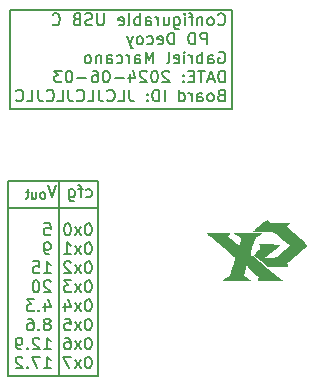
<source format=gbo>
G04 #@! TF.GenerationSoftware,KiCad,Pcbnew,8.0.2*
G04 #@! TF.CreationDate,2024-06-03T19:44:32-07:00*
G04 #@! TF.ProjectId,SNES_USB_C_power,534e4553-5f55-4534-925f-435f706f7765,A*
G04 #@! TF.SameCoordinates,Original*
G04 #@! TF.FileFunction,Legend,Bot*
G04 #@! TF.FilePolarity,Positive*
%FSLAX46Y46*%
G04 Gerber Fmt 4.6, Leading zero omitted, Abs format (unit mm)*
G04 Created by KiCad (PCBNEW 8.0.2) date 2024-06-03 19:44:32*
%MOMM*%
%LPD*%
G01*
G04 APERTURE LIST*
%ADD10C,0.150000*%
%ADD11C,0.200000*%
%ADD12C,0.160000*%
%ADD13C,0.000000*%
%ADD14C,0.800000*%
%ADD15C,6.400000*%
%ADD16R,1.700000X1.700000*%
%ADD17O,1.700000X1.700000*%
%ADD18O,1.700000X1.100000*%
%ADD19R,1.600000X2.400000*%
%ADD20O,1.600000X2.400000*%
G04 APERTURE END LIST*
D10*
X157226000Y-112522000D02*
X149606000Y-112522000D01*
X153924000Y-126746000D02*
X153924000Y-125730000D01*
X153924000Y-110236000D02*
X153924000Y-125730000D01*
X149606000Y-110236000D02*
X157226000Y-110236000D01*
X157226000Y-126746000D01*
X149606000Y-126746000D01*
X149606000Y-110236000D01*
D11*
X156173755Y-111568104D02*
X156268993Y-111615723D01*
X156268993Y-111615723D02*
X156459469Y-111615723D01*
X156459469Y-111615723D02*
X156554707Y-111568104D01*
X156554707Y-111568104D02*
X156602326Y-111520484D01*
X156602326Y-111520484D02*
X156649945Y-111425246D01*
X156649945Y-111425246D02*
X156649945Y-111139532D01*
X156649945Y-111139532D02*
X156602326Y-111044294D01*
X156602326Y-111044294D02*
X156554707Y-110996675D01*
X156554707Y-110996675D02*
X156459469Y-110949056D01*
X156459469Y-110949056D02*
X156268993Y-110949056D01*
X156268993Y-110949056D02*
X156173755Y-110996675D01*
X155888040Y-110949056D02*
X155507088Y-110949056D01*
X155745183Y-111615723D02*
X155745183Y-110758580D01*
X155745183Y-110758580D02*
X155697564Y-110663342D01*
X155697564Y-110663342D02*
X155602326Y-110615723D01*
X155602326Y-110615723D02*
X155507088Y-110615723D01*
X154745183Y-110949056D02*
X154745183Y-111758580D01*
X154745183Y-111758580D02*
X154792802Y-111853818D01*
X154792802Y-111853818D02*
X154840421Y-111901437D01*
X154840421Y-111901437D02*
X154935659Y-111949056D01*
X154935659Y-111949056D02*
X155078516Y-111949056D01*
X155078516Y-111949056D02*
X155173754Y-111901437D01*
X154745183Y-111568104D02*
X154840421Y-111615723D01*
X154840421Y-111615723D02*
X155030897Y-111615723D01*
X155030897Y-111615723D02*
X155126135Y-111568104D01*
X155126135Y-111568104D02*
X155173754Y-111520484D01*
X155173754Y-111520484D02*
X155221373Y-111425246D01*
X155221373Y-111425246D02*
X155221373Y-111139532D01*
X155221373Y-111139532D02*
X155173754Y-111044294D01*
X155173754Y-111044294D02*
X155126135Y-110996675D01*
X155126135Y-110996675D02*
X155030897Y-110949056D01*
X155030897Y-110949056D02*
X154840421Y-110949056D01*
X154840421Y-110949056D02*
X154745183Y-110996675D01*
X153649944Y-110615723D02*
X153316611Y-111615723D01*
X153316611Y-111615723D02*
X152983278Y-110615723D01*
X152583278Y-111726199D02*
X152659468Y-111688104D01*
X152659468Y-111688104D02*
X152697563Y-111650008D01*
X152697563Y-111650008D02*
X152735659Y-111573818D01*
X152735659Y-111573818D02*
X152735659Y-111345246D01*
X152735659Y-111345246D02*
X152697563Y-111269056D01*
X152697563Y-111269056D02*
X152659468Y-111230961D01*
X152659468Y-111230961D02*
X152583278Y-111192865D01*
X152583278Y-111192865D02*
X152468992Y-111192865D01*
X152468992Y-111192865D02*
X152392801Y-111230961D01*
X152392801Y-111230961D02*
X152354706Y-111269056D01*
X152354706Y-111269056D02*
X152316611Y-111345246D01*
X152316611Y-111345246D02*
X152316611Y-111573818D01*
X152316611Y-111573818D02*
X152354706Y-111650008D01*
X152354706Y-111650008D02*
X152392801Y-111688104D01*
X152392801Y-111688104D02*
X152468992Y-111726199D01*
X152468992Y-111726199D02*
X152583278Y-111726199D01*
X151630896Y-111192865D02*
X151630896Y-111726199D01*
X151973753Y-111192865D02*
X151973753Y-111611913D01*
X151973753Y-111611913D02*
X151935658Y-111688104D01*
X151935658Y-111688104D02*
X151859468Y-111726199D01*
X151859468Y-111726199D02*
X151745182Y-111726199D01*
X151745182Y-111726199D02*
X151668991Y-111688104D01*
X151668991Y-111688104D02*
X151630896Y-111650008D01*
X151364229Y-111192865D02*
X151059467Y-111192865D01*
X151249943Y-110926199D02*
X151249943Y-111611913D01*
X151249943Y-111611913D02*
X151211848Y-111688104D01*
X151211848Y-111688104D02*
X151135658Y-111726199D01*
X151135658Y-111726199D02*
X151059467Y-111726199D01*
X156411850Y-113835611D02*
X156316612Y-113835611D01*
X156316612Y-113835611D02*
X156221374Y-113883230D01*
X156221374Y-113883230D02*
X156173755Y-113930849D01*
X156173755Y-113930849D02*
X156126136Y-114026087D01*
X156126136Y-114026087D02*
X156078517Y-114216563D01*
X156078517Y-114216563D02*
X156078517Y-114454658D01*
X156078517Y-114454658D02*
X156126136Y-114645134D01*
X156126136Y-114645134D02*
X156173755Y-114740372D01*
X156173755Y-114740372D02*
X156221374Y-114787992D01*
X156221374Y-114787992D02*
X156316612Y-114835611D01*
X156316612Y-114835611D02*
X156411850Y-114835611D01*
X156411850Y-114835611D02*
X156507088Y-114787992D01*
X156507088Y-114787992D02*
X156554707Y-114740372D01*
X156554707Y-114740372D02*
X156602326Y-114645134D01*
X156602326Y-114645134D02*
X156649945Y-114454658D01*
X156649945Y-114454658D02*
X156649945Y-114216563D01*
X156649945Y-114216563D02*
X156602326Y-114026087D01*
X156602326Y-114026087D02*
X156554707Y-113930849D01*
X156554707Y-113930849D02*
X156507088Y-113883230D01*
X156507088Y-113883230D02*
X156411850Y-113835611D01*
X155745183Y-114835611D02*
X155221374Y-114168944D01*
X155745183Y-114168944D02*
X155221374Y-114835611D01*
X154649945Y-113835611D02*
X154554707Y-113835611D01*
X154554707Y-113835611D02*
X154459469Y-113883230D01*
X154459469Y-113883230D02*
X154411850Y-113930849D01*
X154411850Y-113930849D02*
X154364231Y-114026087D01*
X154364231Y-114026087D02*
X154316612Y-114216563D01*
X154316612Y-114216563D02*
X154316612Y-114454658D01*
X154316612Y-114454658D02*
X154364231Y-114645134D01*
X154364231Y-114645134D02*
X154411850Y-114740372D01*
X154411850Y-114740372D02*
X154459469Y-114787992D01*
X154459469Y-114787992D02*
X154554707Y-114835611D01*
X154554707Y-114835611D02*
X154649945Y-114835611D01*
X154649945Y-114835611D02*
X154745183Y-114787992D01*
X154745183Y-114787992D02*
X154792802Y-114740372D01*
X154792802Y-114740372D02*
X154840421Y-114645134D01*
X154840421Y-114645134D02*
X154888040Y-114454658D01*
X154888040Y-114454658D02*
X154888040Y-114216563D01*
X154888040Y-114216563D02*
X154840421Y-114026087D01*
X154840421Y-114026087D02*
X154792802Y-113930849D01*
X154792802Y-113930849D02*
X154745183Y-113883230D01*
X154745183Y-113883230D02*
X154649945Y-113835611D01*
X152649945Y-113835611D02*
X153126135Y-113835611D01*
X153126135Y-113835611D02*
X153173754Y-114311801D01*
X153173754Y-114311801D02*
X153126135Y-114264182D01*
X153126135Y-114264182D02*
X153030897Y-114216563D01*
X153030897Y-114216563D02*
X152792802Y-114216563D01*
X152792802Y-114216563D02*
X152697564Y-114264182D01*
X152697564Y-114264182D02*
X152649945Y-114311801D01*
X152649945Y-114311801D02*
X152602326Y-114407039D01*
X152602326Y-114407039D02*
X152602326Y-114645134D01*
X152602326Y-114645134D02*
X152649945Y-114740372D01*
X152649945Y-114740372D02*
X152697564Y-114787992D01*
X152697564Y-114787992D02*
X152792802Y-114835611D01*
X152792802Y-114835611D02*
X153030897Y-114835611D01*
X153030897Y-114835611D02*
X153126135Y-114787992D01*
X153126135Y-114787992D02*
X153173754Y-114740372D01*
X156411850Y-115445555D02*
X156316612Y-115445555D01*
X156316612Y-115445555D02*
X156221374Y-115493174D01*
X156221374Y-115493174D02*
X156173755Y-115540793D01*
X156173755Y-115540793D02*
X156126136Y-115636031D01*
X156126136Y-115636031D02*
X156078517Y-115826507D01*
X156078517Y-115826507D02*
X156078517Y-116064602D01*
X156078517Y-116064602D02*
X156126136Y-116255078D01*
X156126136Y-116255078D02*
X156173755Y-116350316D01*
X156173755Y-116350316D02*
X156221374Y-116397936D01*
X156221374Y-116397936D02*
X156316612Y-116445555D01*
X156316612Y-116445555D02*
X156411850Y-116445555D01*
X156411850Y-116445555D02*
X156507088Y-116397936D01*
X156507088Y-116397936D02*
X156554707Y-116350316D01*
X156554707Y-116350316D02*
X156602326Y-116255078D01*
X156602326Y-116255078D02*
X156649945Y-116064602D01*
X156649945Y-116064602D02*
X156649945Y-115826507D01*
X156649945Y-115826507D02*
X156602326Y-115636031D01*
X156602326Y-115636031D02*
X156554707Y-115540793D01*
X156554707Y-115540793D02*
X156507088Y-115493174D01*
X156507088Y-115493174D02*
X156411850Y-115445555D01*
X155745183Y-116445555D02*
X155221374Y-115778888D01*
X155745183Y-115778888D02*
X155221374Y-116445555D01*
X154316612Y-116445555D02*
X154888040Y-116445555D01*
X154602326Y-116445555D02*
X154602326Y-115445555D01*
X154602326Y-115445555D02*
X154697564Y-115588412D01*
X154697564Y-115588412D02*
X154792802Y-115683650D01*
X154792802Y-115683650D02*
X154888040Y-115731269D01*
X153078516Y-116445555D02*
X152888040Y-116445555D01*
X152888040Y-116445555D02*
X152792802Y-116397936D01*
X152792802Y-116397936D02*
X152745183Y-116350316D01*
X152745183Y-116350316D02*
X152649945Y-116207459D01*
X152649945Y-116207459D02*
X152602326Y-116016983D01*
X152602326Y-116016983D02*
X152602326Y-115636031D01*
X152602326Y-115636031D02*
X152649945Y-115540793D01*
X152649945Y-115540793D02*
X152697564Y-115493174D01*
X152697564Y-115493174D02*
X152792802Y-115445555D01*
X152792802Y-115445555D02*
X152983278Y-115445555D01*
X152983278Y-115445555D02*
X153078516Y-115493174D01*
X153078516Y-115493174D02*
X153126135Y-115540793D01*
X153126135Y-115540793D02*
X153173754Y-115636031D01*
X153173754Y-115636031D02*
X153173754Y-115874126D01*
X153173754Y-115874126D02*
X153126135Y-115969364D01*
X153126135Y-115969364D02*
X153078516Y-116016983D01*
X153078516Y-116016983D02*
X152983278Y-116064602D01*
X152983278Y-116064602D02*
X152792802Y-116064602D01*
X152792802Y-116064602D02*
X152697564Y-116016983D01*
X152697564Y-116016983D02*
X152649945Y-115969364D01*
X152649945Y-115969364D02*
X152602326Y-115874126D01*
X156411850Y-117055499D02*
X156316612Y-117055499D01*
X156316612Y-117055499D02*
X156221374Y-117103118D01*
X156221374Y-117103118D02*
X156173755Y-117150737D01*
X156173755Y-117150737D02*
X156126136Y-117245975D01*
X156126136Y-117245975D02*
X156078517Y-117436451D01*
X156078517Y-117436451D02*
X156078517Y-117674546D01*
X156078517Y-117674546D02*
X156126136Y-117865022D01*
X156126136Y-117865022D02*
X156173755Y-117960260D01*
X156173755Y-117960260D02*
X156221374Y-118007880D01*
X156221374Y-118007880D02*
X156316612Y-118055499D01*
X156316612Y-118055499D02*
X156411850Y-118055499D01*
X156411850Y-118055499D02*
X156507088Y-118007880D01*
X156507088Y-118007880D02*
X156554707Y-117960260D01*
X156554707Y-117960260D02*
X156602326Y-117865022D01*
X156602326Y-117865022D02*
X156649945Y-117674546D01*
X156649945Y-117674546D02*
X156649945Y-117436451D01*
X156649945Y-117436451D02*
X156602326Y-117245975D01*
X156602326Y-117245975D02*
X156554707Y-117150737D01*
X156554707Y-117150737D02*
X156507088Y-117103118D01*
X156507088Y-117103118D02*
X156411850Y-117055499D01*
X155745183Y-118055499D02*
X155221374Y-117388832D01*
X155745183Y-117388832D02*
X155221374Y-118055499D01*
X154888040Y-117150737D02*
X154840421Y-117103118D01*
X154840421Y-117103118D02*
X154745183Y-117055499D01*
X154745183Y-117055499D02*
X154507088Y-117055499D01*
X154507088Y-117055499D02*
X154411850Y-117103118D01*
X154411850Y-117103118D02*
X154364231Y-117150737D01*
X154364231Y-117150737D02*
X154316612Y-117245975D01*
X154316612Y-117245975D02*
X154316612Y-117341213D01*
X154316612Y-117341213D02*
X154364231Y-117484070D01*
X154364231Y-117484070D02*
X154935659Y-118055499D01*
X154935659Y-118055499D02*
X154316612Y-118055499D01*
X152602326Y-118055499D02*
X153173754Y-118055499D01*
X152888040Y-118055499D02*
X152888040Y-117055499D01*
X152888040Y-117055499D02*
X152983278Y-117198356D01*
X152983278Y-117198356D02*
X153078516Y-117293594D01*
X153078516Y-117293594D02*
X153173754Y-117341213D01*
X151697564Y-117055499D02*
X152173754Y-117055499D01*
X152173754Y-117055499D02*
X152221373Y-117531689D01*
X152221373Y-117531689D02*
X152173754Y-117484070D01*
X152173754Y-117484070D02*
X152078516Y-117436451D01*
X152078516Y-117436451D02*
X151840421Y-117436451D01*
X151840421Y-117436451D02*
X151745183Y-117484070D01*
X151745183Y-117484070D02*
X151697564Y-117531689D01*
X151697564Y-117531689D02*
X151649945Y-117626927D01*
X151649945Y-117626927D02*
X151649945Y-117865022D01*
X151649945Y-117865022D02*
X151697564Y-117960260D01*
X151697564Y-117960260D02*
X151745183Y-118007880D01*
X151745183Y-118007880D02*
X151840421Y-118055499D01*
X151840421Y-118055499D02*
X152078516Y-118055499D01*
X152078516Y-118055499D02*
X152173754Y-118007880D01*
X152173754Y-118007880D02*
X152221373Y-117960260D01*
X156411850Y-118665443D02*
X156316612Y-118665443D01*
X156316612Y-118665443D02*
X156221374Y-118713062D01*
X156221374Y-118713062D02*
X156173755Y-118760681D01*
X156173755Y-118760681D02*
X156126136Y-118855919D01*
X156126136Y-118855919D02*
X156078517Y-119046395D01*
X156078517Y-119046395D02*
X156078517Y-119284490D01*
X156078517Y-119284490D02*
X156126136Y-119474966D01*
X156126136Y-119474966D02*
X156173755Y-119570204D01*
X156173755Y-119570204D02*
X156221374Y-119617824D01*
X156221374Y-119617824D02*
X156316612Y-119665443D01*
X156316612Y-119665443D02*
X156411850Y-119665443D01*
X156411850Y-119665443D02*
X156507088Y-119617824D01*
X156507088Y-119617824D02*
X156554707Y-119570204D01*
X156554707Y-119570204D02*
X156602326Y-119474966D01*
X156602326Y-119474966D02*
X156649945Y-119284490D01*
X156649945Y-119284490D02*
X156649945Y-119046395D01*
X156649945Y-119046395D02*
X156602326Y-118855919D01*
X156602326Y-118855919D02*
X156554707Y-118760681D01*
X156554707Y-118760681D02*
X156507088Y-118713062D01*
X156507088Y-118713062D02*
X156411850Y-118665443D01*
X155745183Y-119665443D02*
X155221374Y-118998776D01*
X155745183Y-118998776D02*
X155221374Y-119665443D01*
X154935659Y-118665443D02*
X154316612Y-118665443D01*
X154316612Y-118665443D02*
X154649945Y-119046395D01*
X154649945Y-119046395D02*
X154507088Y-119046395D01*
X154507088Y-119046395D02*
X154411850Y-119094014D01*
X154411850Y-119094014D02*
X154364231Y-119141633D01*
X154364231Y-119141633D02*
X154316612Y-119236871D01*
X154316612Y-119236871D02*
X154316612Y-119474966D01*
X154316612Y-119474966D02*
X154364231Y-119570204D01*
X154364231Y-119570204D02*
X154411850Y-119617824D01*
X154411850Y-119617824D02*
X154507088Y-119665443D01*
X154507088Y-119665443D02*
X154792802Y-119665443D01*
X154792802Y-119665443D02*
X154888040Y-119617824D01*
X154888040Y-119617824D02*
X154935659Y-119570204D01*
X153173754Y-118760681D02*
X153126135Y-118713062D01*
X153126135Y-118713062D02*
X153030897Y-118665443D01*
X153030897Y-118665443D02*
X152792802Y-118665443D01*
X152792802Y-118665443D02*
X152697564Y-118713062D01*
X152697564Y-118713062D02*
X152649945Y-118760681D01*
X152649945Y-118760681D02*
X152602326Y-118855919D01*
X152602326Y-118855919D02*
X152602326Y-118951157D01*
X152602326Y-118951157D02*
X152649945Y-119094014D01*
X152649945Y-119094014D02*
X153221373Y-119665443D01*
X153221373Y-119665443D02*
X152602326Y-119665443D01*
X151983278Y-118665443D02*
X151888040Y-118665443D01*
X151888040Y-118665443D02*
X151792802Y-118713062D01*
X151792802Y-118713062D02*
X151745183Y-118760681D01*
X151745183Y-118760681D02*
X151697564Y-118855919D01*
X151697564Y-118855919D02*
X151649945Y-119046395D01*
X151649945Y-119046395D02*
X151649945Y-119284490D01*
X151649945Y-119284490D02*
X151697564Y-119474966D01*
X151697564Y-119474966D02*
X151745183Y-119570204D01*
X151745183Y-119570204D02*
X151792802Y-119617824D01*
X151792802Y-119617824D02*
X151888040Y-119665443D01*
X151888040Y-119665443D02*
X151983278Y-119665443D01*
X151983278Y-119665443D02*
X152078516Y-119617824D01*
X152078516Y-119617824D02*
X152126135Y-119570204D01*
X152126135Y-119570204D02*
X152173754Y-119474966D01*
X152173754Y-119474966D02*
X152221373Y-119284490D01*
X152221373Y-119284490D02*
X152221373Y-119046395D01*
X152221373Y-119046395D02*
X152173754Y-118855919D01*
X152173754Y-118855919D02*
X152126135Y-118760681D01*
X152126135Y-118760681D02*
X152078516Y-118713062D01*
X152078516Y-118713062D02*
X151983278Y-118665443D01*
X156411850Y-120275387D02*
X156316612Y-120275387D01*
X156316612Y-120275387D02*
X156221374Y-120323006D01*
X156221374Y-120323006D02*
X156173755Y-120370625D01*
X156173755Y-120370625D02*
X156126136Y-120465863D01*
X156126136Y-120465863D02*
X156078517Y-120656339D01*
X156078517Y-120656339D02*
X156078517Y-120894434D01*
X156078517Y-120894434D02*
X156126136Y-121084910D01*
X156126136Y-121084910D02*
X156173755Y-121180148D01*
X156173755Y-121180148D02*
X156221374Y-121227768D01*
X156221374Y-121227768D02*
X156316612Y-121275387D01*
X156316612Y-121275387D02*
X156411850Y-121275387D01*
X156411850Y-121275387D02*
X156507088Y-121227768D01*
X156507088Y-121227768D02*
X156554707Y-121180148D01*
X156554707Y-121180148D02*
X156602326Y-121084910D01*
X156602326Y-121084910D02*
X156649945Y-120894434D01*
X156649945Y-120894434D02*
X156649945Y-120656339D01*
X156649945Y-120656339D02*
X156602326Y-120465863D01*
X156602326Y-120465863D02*
X156554707Y-120370625D01*
X156554707Y-120370625D02*
X156507088Y-120323006D01*
X156507088Y-120323006D02*
X156411850Y-120275387D01*
X155745183Y-121275387D02*
X155221374Y-120608720D01*
X155745183Y-120608720D02*
X155221374Y-121275387D01*
X154411850Y-120608720D02*
X154411850Y-121275387D01*
X154649945Y-120227768D02*
X154888040Y-120942053D01*
X154888040Y-120942053D02*
X154268993Y-120942053D01*
X152697564Y-120608720D02*
X152697564Y-121275387D01*
X152935659Y-120227768D02*
X153173754Y-120942053D01*
X153173754Y-120942053D02*
X152554707Y-120942053D01*
X152173754Y-121180148D02*
X152126135Y-121227768D01*
X152126135Y-121227768D02*
X152173754Y-121275387D01*
X152173754Y-121275387D02*
X152221373Y-121227768D01*
X152221373Y-121227768D02*
X152173754Y-121180148D01*
X152173754Y-121180148D02*
X152173754Y-121275387D01*
X151792802Y-120275387D02*
X151173755Y-120275387D01*
X151173755Y-120275387D02*
X151507088Y-120656339D01*
X151507088Y-120656339D02*
X151364231Y-120656339D01*
X151364231Y-120656339D02*
X151268993Y-120703958D01*
X151268993Y-120703958D02*
X151221374Y-120751577D01*
X151221374Y-120751577D02*
X151173755Y-120846815D01*
X151173755Y-120846815D02*
X151173755Y-121084910D01*
X151173755Y-121084910D02*
X151221374Y-121180148D01*
X151221374Y-121180148D02*
X151268993Y-121227768D01*
X151268993Y-121227768D02*
X151364231Y-121275387D01*
X151364231Y-121275387D02*
X151649945Y-121275387D01*
X151649945Y-121275387D02*
X151745183Y-121227768D01*
X151745183Y-121227768D02*
X151792802Y-121180148D01*
X156411850Y-121885331D02*
X156316612Y-121885331D01*
X156316612Y-121885331D02*
X156221374Y-121932950D01*
X156221374Y-121932950D02*
X156173755Y-121980569D01*
X156173755Y-121980569D02*
X156126136Y-122075807D01*
X156126136Y-122075807D02*
X156078517Y-122266283D01*
X156078517Y-122266283D02*
X156078517Y-122504378D01*
X156078517Y-122504378D02*
X156126136Y-122694854D01*
X156126136Y-122694854D02*
X156173755Y-122790092D01*
X156173755Y-122790092D02*
X156221374Y-122837712D01*
X156221374Y-122837712D02*
X156316612Y-122885331D01*
X156316612Y-122885331D02*
X156411850Y-122885331D01*
X156411850Y-122885331D02*
X156507088Y-122837712D01*
X156507088Y-122837712D02*
X156554707Y-122790092D01*
X156554707Y-122790092D02*
X156602326Y-122694854D01*
X156602326Y-122694854D02*
X156649945Y-122504378D01*
X156649945Y-122504378D02*
X156649945Y-122266283D01*
X156649945Y-122266283D02*
X156602326Y-122075807D01*
X156602326Y-122075807D02*
X156554707Y-121980569D01*
X156554707Y-121980569D02*
X156507088Y-121932950D01*
X156507088Y-121932950D02*
X156411850Y-121885331D01*
X155745183Y-122885331D02*
X155221374Y-122218664D01*
X155745183Y-122218664D02*
X155221374Y-122885331D01*
X154364231Y-121885331D02*
X154840421Y-121885331D01*
X154840421Y-121885331D02*
X154888040Y-122361521D01*
X154888040Y-122361521D02*
X154840421Y-122313902D01*
X154840421Y-122313902D02*
X154745183Y-122266283D01*
X154745183Y-122266283D02*
X154507088Y-122266283D01*
X154507088Y-122266283D02*
X154411850Y-122313902D01*
X154411850Y-122313902D02*
X154364231Y-122361521D01*
X154364231Y-122361521D02*
X154316612Y-122456759D01*
X154316612Y-122456759D02*
X154316612Y-122694854D01*
X154316612Y-122694854D02*
X154364231Y-122790092D01*
X154364231Y-122790092D02*
X154411850Y-122837712D01*
X154411850Y-122837712D02*
X154507088Y-122885331D01*
X154507088Y-122885331D02*
X154745183Y-122885331D01*
X154745183Y-122885331D02*
X154840421Y-122837712D01*
X154840421Y-122837712D02*
X154888040Y-122790092D01*
X152983278Y-122313902D02*
X153078516Y-122266283D01*
X153078516Y-122266283D02*
X153126135Y-122218664D01*
X153126135Y-122218664D02*
X153173754Y-122123426D01*
X153173754Y-122123426D02*
X153173754Y-122075807D01*
X153173754Y-122075807D02*
X153126135Y-121980569D01*
X153126135Y-121980569D02*
X153078516Y-121932950D01*
X153078516Y-121932950D02*
X152983278Y-121885331D01*
X152983278Y-121885331D02*
X152792802Y-121885331D01*
X152792802Y-121885331D02*
X152697564Y-121932950D01*
X152697564Y-121932950D02*
X152649945Y-121980569D01*
X152649945Y-121980569D02*
X152602326Y-122075807D01*
X152602326Y-122075807D02*
X152602326Y-122123426D01*
X152602326Y-122123426D02*
X152649945Y-122218664D01*
X152649945Y-122218664D02*
X152697564Y-122266283D01*
X152697564Y-122266283D02*
X152792802Y-122313902D01*
X152792802Y-122313902D02*
X152983278Y-122313902D01*
X152983278Y-122313902D02*
X153078516Y-122361521D01*
X153078516Y-122361521D02*
X153126135Y-122409140D01*
X153126135Y-122409140D02*
X153173754Y-122504378D01*
X153173754Y-122504378D02*
X153173754Y-122694854D01*
X153173754Y-122694854D02*
X153126135Y-122790092D01*
X153126135Y-122790092D02*
X153078516Y-122837712D01*
X153078516Y-122837712D02*
X152983278Y-122885331D01*
X152983278Y-122885331D02*
X152792802Y-122885331D01*
X152792802Y-122885331D02*
X152697564Y-122837712D01*
X152697564Y-122837712D02*
X152649945Y-122790092D01*
X152649945Y-122790092D02*
X152602326Y-122694854D01*
X152602326Y-122694854D02*
X152602326Y-122504378D01*
X152602326Y-122504378D02*
X152649945Y-122409140D01*
X152649945Y-122409140D02*
X152697564Y-122361521D01*
X152697564Y-122361521D02*
X152792802Y-122313902D01*
X152173754Y-122790092D02*
X152126135Y-122837712D01*
X152126135Y-122837712D02*
X152173754Y-122885331D01*
X152173754Y-122885331D02*
X152221373Y-122837712D01*
X152221373Y-122837712D02*
X152173754Y-122790092D01*
X152173754Y-122790092D02*
X152173754Y-122885331D01*
X151268993Y-121885331D02*
X151459469Y-121885331D01*
X151459469Y-121885331D02*
X151554707Y-121932950D01*
X151554707Y-121932950D02*
X151602326Y-121980569D01*
X151602326Y-121980569D02*
X151697564Y-122123426D01*
X151697564Y-122123426D02*
X151745183Y-122313902D01*
X151745183Y-122313902D02*
X151745183Y-122694854D01*
X151745183Y-122694854D02*
X151697564Y-122790092D01*
X151697564Y-122790092D02*
X151649945Y-122837712D01*
X151649945Y-122837712D02*
X151554707Y-122885331D01*
X151554707Y-122885331D02*
X151364231Y-122885331D01*
X151364231Y-122885331D02*
X151268993Y-122837712D01*
X151268993Y-122837712D02*
X151221374Y-122790092D01*
X151221374Y-122790092D02*
X151173755Y-122694854D01*
X151173755Y-122694854D02*
X151173755Y-122456759D01*
X151173755Y-122456759D02*
X151221374Y-122361521D01*
X151221374Y-122361521D02*
X151268993Y-122313902D01*
X151268993Y-122313902D02*
X151364231Y-122266283D01*
X151364231Y-122266283D02*
X151554707Y-122266283D01*
X151554707Y-122266283D02*
X151649945Y-122313902D01*
X151649945Y-122313902D02*
X151697564Y-122361521D01*
X151697564Y-122361521D02*
X151745183Y-122456759D01*
X156411850Y-123495275D02*
X156316612Y-123495275D01*
X156316612Y-123495275D02*
X156221374Y-123542894D01*
X156221374Y-123542894D02*
X156173755Y-123590513D01*
X156173755Y-123590513D02*
X156126136Y-123685751D01*
X156126136Y-123685751D02*
X156078517Y-123876227D01*
X156078517Y-123876227D02*
X156078517Y-124114322D01*
X156078517Y-124114322D02*
X156126136Y-124304798D01*
X156126136Y-124304798D02*
X156173755Y-124400036D01*
X156173755Y-124400036D02*
X156221374Y-124447656D01*
X156221374Y-124447656D02*
X156316612Y-124495275D01*
X156316612Y-124495275D02*
X156411850Y-124495275D01*
X156411850Y-124495275D02*
X156507088Y-124447656D01*
X156507088Y-124447656D02*
X156554707Y-124400036D01*
X156554707Y-124400036D02*
X156602326Y-124304798D01*
X156602326Y-124304798D02*
X156649945Y-124114322D01*
X156649945Y-124114322D02*
X156649945Y-123876227D01*
X156649945Y-123876227D02*
X156602326Y-123685751D01*
X156602326Y-123685751D02*
X156554707Y-123590513D01*
X156554707Y-123590513D02*
X156507088Y-123542894D01*
X156507088Y-123542894D02*
X156411850Y-123495275D01*
X155745183Y-124495275D02*
X155221374Y-123828608D01*
X155745183Y-123828608D02*
X155221374Y-124495275D01*
X154411850Y-123495275D02*
X154602326Y-123495275D01*
X154602326Y-123495275D02*
X154697564Y-123542894D01*
X154697564Y-123542894D02*
X154745183Y-123590513D01*
X154745183Y-123590513D02*
X154840421Y-123733370D01*
X154840421Y-123733370D02*
X154888040Y-123923846D01*
X154888040Y-123923846D02*
X154888040Y-124304798D01*
X154888040Y-124304798D02*
X154840421Y-124400036D01*
X154840421Y-124400036D02*
X154792802Y-124447656D01*
X154792802Y-124447656D02*
X154697564Y-124495275D01*
X154697564Y-124495275D02*
X154507088Y-124495275D01*
X154507088Y-124495275D02*
X154411850Y-124447656D01*
X154411850Y-124447656D02*
X154364231Y-124400036D01*
X154364231Y-124400036D02*
X154316612Y-124304798D01*
X154316612Y-124304798D02*
X154316612Y-124066703D01*
X154316612Y-124066703D02*
X154364231Y-123971465D01*
X154364231Y-123971465D02*
X154411850Y-123923846D01*
X154411850Y-123923846D02*
X154507088Y-123876227D01*
X154507088Y-123876227D02*
X154697564Y-123876227D01*
X154697564Y-123876227D02*
X154792802Y-123923846D01*
X154792802Y-123923846D02*
X154840421Y-123971465D01*
X154840421Y-123971465D02*
X154888040Y-124066703D01*
X152602326Y-124495275D02*
X153173754Y-124495275D01*
X152888040Y-124495275D02*
X152888040Y-123495275D01*
X152888040Y-123495275D02*
X152983278Y-123638132D01*
X152983278Y-123638132D02*
X153078516Y-123733370D01*
X153078516Y-123733370D02*
X153173754Y-123780989D01*
X152221373Y-123590513D02*
X152173754Y-123542894D01*
X152173754Y-123542894D02*
X152078516Y-123495275D01*
X152078516Y-123495275D02*
X151840421Y-123495275D01*
X151840421Y-123495275D02*
X151745183Y-123542894D01*
X151745183Y-123542894D02*
X151697564Y-123590513D01*
X151697564Y-123590513D02*
X151649945Y-123685751D01*
X151649945Y-123685751D02*
X151649945Y-123780989D01*
X151649945Y-123780989D02*
X151697564Y-123923846D01*
X151697564Y-123923846D02*
X152268992Y-124495275D01*
X152268992Y-124495275D02*
X151649945Y-124495275D01*
X151221373Y-124400036D02*
X151173754Y-124447656D01*
X151173754Y-124447656D02*
X151221373Y-124495275D01*
X151221373Y-124495275D02*
X151268992Y-124447656D01*
X151268992Y-124447656D02*
X151221373Y-124400036D01*
X151221373Y-124400036D02*
X151221373Y-124495275D01*
X150697564Y-124495275D02*
X150507088Y-124495275D01*
X150507088Y-124495275D02*
X150411850Y-124447656D01*
X150411850Y-124447656D02*
X150364231Y-124400036D01*
X150364231Y-124400036D02*
X150268993Y-124257179D01*
X150268993Y-124257179D02*
X150221374Y-124066703D01*
X150221374Y-124066703D02*
X150221374Y-123685751D01*
X150221374Y-123685751D02*
X150268993Y-123590513D01*
X150268993Y-123590513D02*
X150316612Y-123542894D01*
X150316612Y-123542894D02*
X150411850Y-123495275D01*
X150411850Y-123495275D02*
X150602326Y-123495275D01*
X150602326Y-123495275D02*
X150697564Y-123542894D01*
X150697564Y-123542894D02*
X150745183Y-123590513D01*
X150745183Y-123590513D02*
X150792802Y-123685751D01*
X150792802Y-123685751D02*
X150792802Y-123923846D01*
X150792802Y-123923846D02*
X150745183Y-124019084D01*
X150745183Y-124019084D02*
X150697564Y-124066703D01*
X150697564Y-124066703D02*
X150602326Y-124114322D01*
X150602326Y-124114322D02*
X150411850Y-124114322D01*
X150411850Y-124114322D02*
X150316612Y-124066703D01*
X150316612Y-124066703D02*
X150268993Y-124019084D01*
X150268993Y-124019084D02*
X150221374Y-123923846D01*
X156411850Y-125105219D02*
X156316612Y-125105219D01*
X156316612Y-125105219D02*
X156221374Y-125152838D01*
X156221374Y-125152838D02*
X156173755Y-125200457D01*
X156173755Y-125200457D02*
X156126136Y-125295695D01*
X156126136Y-125295695D02*
X156078517Y-125486171D01*
X156078517Y-125486171D02*
X156078517Y-125724266D01*
X156078517Y-125724266D02*
X156126136Y-125914742D01*
X156126136Y-125914742D02*
X156173755Y-126009980D01*
X156173755Y-126009980D02*
X156221374Y-126057600D01*
X156221374Y-126057600D02*
X156316612Y-126105219D01*
X156316612Y-126105219D02*
X156411850Y-126105219D01*
X156411850Y-126105219D02*
X156507088Y-126057600D01*
X156507088Y-126057600D02*
X156554707Y-126009980D01*
X156554707Y-126009980D02*
X156602326Y-125914742D01*
X156602326Y-125914742D02*
X156649945Y-125724266D01*
X156649945Y-125724266D02*
X156649945Y-125486171D01*
X156649945Y-125486171D02*
X156602326Y-125295695D01*
X156602326Y-125295695D02*
X156554707Y-125200457D01*
X156554707Y-125200457D02*
X156507088Y-125152838D01*
X156507088Y-125152838D02*
X156411850Y-125105219D01*
X155745183Y-126105219D02*
X155221374Y-125438552D01*
X155745183Y-125438552D02*
X155221374Y-126105219D01*
X154935659Y-125105219D02*
X154268993Y-125105219D01*
X154268993Y-125105219D02*
X154697564Y-126105219D01*
X152602326Y-126105219D02*
X153173754Y-126105219D01*
X152888040Y-126105219D02*
X152888040Y-125105219D01*
X152888040Y-125105219D02*
X152983278Y-125248076D01*
X152983278Y-125248076D02*
X153078516Y-125343314D01*
X153078516Y-125343314D02*
X153173754Y-125390933D01*
X152268992Y-125105219D02*
X151602326Y-125105219D01*
X151602326Y-125105219D02*
X152030897Y-126105219D01*
X151221373Y-126009980D02*
X151173754Y-126057600D01*
X151173754Y-126057600D02*
X151221373Y-126105219D01*
X151221373Y-126105219D02*
X151268992Y-126057600D01*
X151268992Y-126057600D02*
X151221373Y-126009980D01*
X151221373Y-126009980D02*
X151221373Y-126105219D01*
X150792802Y-125200457D02*
X150745183Y-125152838D01*
X150745183Y-125152838D02*
X150649945Y-125105219D01*
X150649945Y-125105219D02*
X150411850Y-125105219D01*
X150411850Y-125105219D02*
X150316612Y-125152838D01*
X150316612Y-125152838D02*
X150268993Y-125200457D01*
X150268993Y-125200457D02*
X150221374Y-125295695D01*
X150221374Y-125295695D02*
X150221374Y-125390933D01*
X150221374Y-125390933D02*
X150268993Y-125533790D01*
X150268993Y-125533790D02*
X150840421Y-126105219D01*
X150840421Y-126105219D02*
X150221374Y-126105219D01*
D10*
X149733000Y-95758000D02*
X168529000Y-95758000D01*
X168529000Y-104140000D01*
X149733000Y-104140000D01*
X149733000Y-95758000D01*
D12*
X167360213Y-96966284D02*
X167407832Y-97013904D01*
X167407832Y-97013904D02*
X167550689Y-97061523D01*
X167550689Y-97061523D02*
X167645927Y-97061523D01*
X167645927Y-97061523D02*
X167788784Y-97013904D01*
X167788784Y-97013904D02*
X167884022Y-96918665D01*
X167884022Y-96918665D02*
X167931641Y-96823427D01*
X167931641Y-96823427D02*
X167979260Y-96632951D01*
X167979260Y-96632951D02*
X167979260Y-96490094D01*
X167979260Y-96490094D02*
X167931641Y-96299618D01*
X167931641Y-96299618D02*
X167884022Y-96204380D01*
X167884022Y-96204380D02*
X167788784Y-96109142D01*
X167788784Y-96109142D02*
X167645927Y-96061523D01*
X167645927Y-96061523D02*
X167550689Y-96061523D01*
X167550689Y-96061523D02*
X167407832Y-96109142D01*
X167407832Y-96109142D02*
X167360213Y-96156761D01*
X166788784Y-97061523D02*
X166884022Y-97013904D01*
X166884022Y-97013904D02*
X166931641Y-96966284D01*
X166931641Y-96966284D02*
X166979260Y-96871046D01*
X166979260Y-96871046D02*
X166979260Y-96585332D01*
X166979260Y-96585332D02*
X166931641Y-96490094D01*
X166931641Y-96490094D02*
X166884022Y-96442475D01*
X166884022Y-96442475D02*
X166788784Y-96394856D01*
X166788784Y-96394856D02*
X166645927Y-96394856D01*
X166645927Y-96394856D02*
X166550689Y-96442475D01*
X166550689Y-96442475D02*
X166503070Y-96490094D01*
X166503070Y-96490094D02*
X166455451Y-96585332D01*
X166455451Y-96585332D02*
X166455451Y-96871046D01*
X166455451Y-96871046D02*
X166503070Y-96966284D01*
X166503070Y-96966284D02*
X166550689Y-97013904D01*
X166550689Y-97013904D02*
X166645927Y-97061523D01*
X166645927Y-97061523D02*
X166788784Y-97061523D01*
X166026879Y-96394856D02*
X166026879Y-97061523D01*
X166026879Y-96490094D02*
X165979260Y-96442475D01*
X165979260Y-96442475D02*
X165884022Y-96394856D01*
X165884022Y-96394856D02*
X165741165Y-96394856D01*
X165741165Y-96394856D02*
X165645927Y-96442475D01*
X165645927Y-96442475D02*
X165598308Y-96537713D01*
X165598308Y-96537713D02*
X165598308Y-97061523D01*
X165264974Y-96394856D02*
X164884022Y-96394856D01*
X165122117Y-97061523D02*
X165122117Y-96204380D01*
X165122117Y-96204380D02*
X165074498Y-96109142D01*
X165074498Y-96109142D02*
X164979260Y-96061523D01*
X164979260Y-96061523D02*
X164884022Y-96061523D01*
X164550688Y-97061523D02*
X164550688Y-96394856D01*
X164550688Y-96061523D02*
X164598307Y-96109142D01*
X164598307Y-96109142D02*
X164550688Y-96156761D01*
X164550688Y-96156761D02*
X164503069Y-96109142D01*
X164503069Y-96109142D02*
X164550688Y-96061523D01*
X164550688Y-96061523D02*
X164550688Y-96156761D01*
X163645927Y-96394856D02*
X163645927Y-97204380D01*
X163645927Y-97204380D02*
X163693546Y-97299618D01*
X163693546Y-97299618D02*
X163741165Y-97347237D01*
X163741165Y-97347237D02*
X163836403Y-97394856D01*
X163836403Y-97394856D02*
X163979260Y-97394856D01*
X163979260Y-97394856D02*
X164074498Y-97347237D01*
X163645927Y-97013904D02*
X163741165Y-97061523D01*
X163741165Y-97061523D02*
X163931641Y-97061523D01*
X163931641Y-97061523D02*
X164026879Y-97013904D01*
X164026879Y-97013904D02*
X164074498Y-96966284D01*
X164074498Y-96966284D02*
X164122117Y-96871046D01*
X164122117Y-96871046D02*
X164122117Y-96585332D01*
X164122117Y-96585332D02*
X164074498Y-96490094D01*
X164074498Y-96490094D02*
X164026879Y-96442475D01*
X164026879Y-96442475D02*
X163931641Y-96394856D01*
X163931641Y-96394856D02*
X163741165Y-96394856D01*
X163741165Y-96394856D02*
X163645927Y-96442475D01*
X162741165Y-96394856D02*
X162741165Y-97061523D01*
X163169736Y-96394856D02*
X163169736Y-96918665D01*
X163169736Y-96918665D02*
X163122117Y-97013904D01*
X163122117Y-97013904D02*
X163026879Y-97061523D01*
X163026879Y-97061523D02*
X162884022Y-97061523D01*
X162884022Y-97061523D02*
X162788784Y-97013904D01*
X162788784Y-97013904D02*
X162741165Y-96966284D01*
X162264974Y-97061523D02*
X162264974Y-96394856D01*
X162264974Y-96585332D02*
X162217355Y-96490094D01*
X162217355Y-96490094D02*
X162169736Y-96442475D01*
X162169736Y-96442475D02*
X162074498Y-96394856D01*
X162074498Y-96394856D02*
X161979260Y-96394856D01*
X161217355Y-97061523D02*
X161217355Y-96537713D01*
X161217355Y-96537713D02*
X161264974Y-96442475D01*
X161264974Y-96442475D02*
X161360212Y-96394856D01*
X161360212Y-96394856D02*
X161550688Y-96394856D01*
X161550688Y-96394856D02*
X161645926Y-96442475D01*
X161217355Y-97013904D02*
X161312593Y-97061523D01*
X161312593Y-97061523D02*
X161550688Y-97061523D01*
X161550688Y-97061523D02*
X161645926Y-97013904D01*
X161645926Y-97013904D02*
X161693545Y-96918665D01*
X161693545Y-96918665D02*
X161693545Y-96823427D01*
X161693545Y-96823427D02*
X161645926Y-96728189D01*
X161645926Y-96728189D02*
X161550688Y-96680570D01*
X161550688Y-96680570D02*
X161312593Y-96680570D01*
X161312593Y-96680570D02*
X161217355Y-96632951D01*
X160741164Y-97061523D02*
X160741164Y-96061523D01*
X160741164Y-96442475D02*
X160645926Y-96394856D01*
X160645926Y-96394856D02*
X160455450Y-96394856D01*
X160455450Y-96394856D02*
X160360212Y-96442475D01*
X160360212Y-96442475D02*
X160312593Y-96490094D01*
X160312593Y-96490094D02*
X160264974Y-96585332D01*
X160264974Y-96585332D02*
X160264974Y-96871046D01*
X160264974Y-96871046D02*
X160312593Y-96966284D01*
X160312593Y-96966284D02*
X160360212Y-97013904D01*
X160360212Y-97013904D02*
X160455450Y-97061523D01*
X160455450Y-97061523D02*
X160645926Y-97061523D01*
X160645926Y-97061523D02*
X160741164Y-97013904D01*
X159693545Y-97061523D02*
X159788783Y-97013904D01*
X159788783Y-97013904D02*
X159836402Y-96918665D01*
X159836402Y-96918665D02*
X159836402Y-96061523D01*
X158931640Y-97013904D02*
X159026878Y-97061523D01*
X159026878Y-97061523D02*
X159217354Y-97061523D01*
X159217354Y-97061523D02*
X159312592Y-97013904D01*
X159312592Y-97013904D02*
X159360211Y-96918665D01*
X159360211Y-96918665D02*
X159360211Y-96537713D01*
X159360211Y-96537713D02*
X159312592Y-96442475D01*
X159312592Y-96442475D02*
X159217354Y-96394856D01*
X159217354Y-96394856D02*
X159026878Y-96394856D01*
X159026878Y-96394856D02*
X158931640Y-96442475D01*
X158931640Y-96442475D02*
X158884021Y-96537713D01*
X158884021Y-96537713D02*
X158884021Y-96632951D01*
X158884021Y-96632951D02*
X159360211Y-96728189D01*
X157693544Y-96061523D02*
X157693544Y-96871046D01*
X157693544Y-96871046D02*
X157645925Y-96966284D01*
X157645925Y-96966284D02*
X157598306Y-97013904D01*
X157598306Y-97013904D02*
X157503068Y-97061523D01*
X157503068Y-97061523D02*
X157312592Y-97061523D01*
X157312592Y-97061523D02*
X157217354Y-97013904D01*
X157217354Y-97013904D02*
X157169735Y-96966284D01*
X157169735Y-96966284D02*
X157122116Y-96871046D01*
X157122116Y-96871046D02*
X157122116Y-96061523D01*
X156693544Y-97013904D02*
X156550687Y-97061523D01*
X156550687Y-97061523D02*
X156312592Y-97061523D01*
X156312592Y-97061523D02*
X156217354Y-97013904D01*
X156217354Y-97013904D02*
X156169735Y-96966284D01*
X156169735Y-96966284D02*
X156122116Y-96871046D01*
X156122116Y-96871046D02*
X156122116Y-96775808D01*
X156122116Y-96775808D02*
X156169735Y-96680570D01*
X156169735Y-96680570D02*
X156217354Y-96632951D01*
X156217354Y-96632951D02*
X156312592Y-96585332D01*
X156312592Y-96585332D02*
X156503068Y-96537713D01*
X156503068Y-96537713D02*
X156598306Y-96490094D01*
X156598306Y-96490094D02*
X156645925Y-96442475D01*
X156645925Y-96442475D02*
X156693544Y-96347237D01*
X156693544Y-96347237D02*
X156693544Y-96251999D01*
X156693544Y-96251999D02*
X156645925Y-96156761D01*
X156645925Y-96156761D02*
X156598306Y-96109142D01*
X156598306Y-96109142D02*
X156503068Y-96061523D01*
X156503068Y-96061523D02*
X156264973Y-96061523D01*
X156264973Y-96061523D02*
X156122116Y-96109142D01*
X155360211Y-96537713D02*
X155217354Y-96585332D01*
X155217354Y-96585332D02*
X155169735Y-96632951D01*
X155169735Y-96632951D02*
X155122116Y-96728189D01*
X155122116Y-96728189D02*
X155122116Y-96871046D01*
X155122116Y-96871046D02*
X155169735Y-96966284D01*
X155169735Y-96966284D02*
X155217354Y-97013904D01*
X155217354Y-97013904D02*
X155312592Y-97061523D01*
X155312592Y-97061523D02*
X155693544Y-97061523D01*
X155693544Y-97061523D02*
X155693544Y-96061523D01*
X155693544Y-96061523D02*
X155360211Y-96061523D01*
X155360211Y-96061523D02*
X155264973Y-96109142D01*
X155264973Y-96109142D02*
X155217354Y-96156761D01*
X155217354Y-96156761D02*
X155169735Y-96251999D01*
X155169735Y-96251999D02*
X155169735Y-96347237D01*
X155169735Y-96347237D02*
X155217354Y-96442475D01*
X155217354Y-96442475D02*
X155264973Y-96490094D01*
X155264973Y-96490094D02*
X155360211Y-96537713D01*
X155360211Y-96537713D02*
X155693544Y-96537713D01*
X153360211Y-96966284D02*
X153407830Y-97013904D01*
X153407830Y-97013904D02*
X153550687Y-97061523D01*
X153550687Y-97061523D02*
X153645925Y-97061523D01*
X153645925Y-97061523D02*
X153788782Y-97013904D01*
X153788782Y-97013904D02*
X153884020Y-96918665D01*
X153884020Y-96918665D02*
X153931639Y-96823427D01*
X153931639Y-96823427D02*
X153979258Y-96632951D01*
X153979258Y-96632951D02*
X153979258Y-96490094D01*
X153979258Y-96490094D02*
X153931639Y-96299618D01*
X153931639Y-96299618D02*
X153884020Y-96204380D01*
X153884020Y-96204380D02*
X153788782Y-96109142D01*
X153788782Y-96109142D02*
X153645925Y-96061523D01*
X153645925Y-96061523D02*
X153550687Y-96061523D01*
X153550687Y-96061523D02*
X153407830Y-96109142D01*
X153407830Y-96109142D02*
X153360211Y-96156761D01*
X166407831Y-98671467D02*
X166407831Y-97671467D01*
X166407831Y-97671467D02*
X166026879Y-97671467D01*
X166026879Y-97671467D02*
X165931641Y-97719086D01*
X165931641Y-97719086D02*
X165884022Y-97766705D01*
X165884022Y-97766705D02*
X165836403Y-97861943D01*
X165836403Y-97861943D02*
X165836403Y-98004800D01*
X165836403Y-98004800D02*
X165884022Y-98100038D01*
X165884022Y-98100038D02*
X165931641Y-98147657D01*
X165931641Y-98147657D02*
X166026879Y-98195276D01*
X166026879Y-98195276D02*
X166407831Y-98195276D01*
X165407831Y-98671467D02*
X165407831Y-97671467D01*
X165407831Y-97671467D02*
X165169736Y-97671467D01*
X165169736Y-97671467D02*
X165026879Y-97719086D01*
X165026879Y-97719086D02*
X164931641Y-97814324D01*
X164931641Y-97814324D02*
X164884022Y-97909562D01*
X164884022Y-97909562D02*
X164836403Y-98100038D01*
X164836403Y-98100038D02*
X164836403Y-98242895D01*
X164836403Y-98242895D02*
X164884022Y-98433371D01*
X164884022Y-98433371D02*
X164931641Y-98528609D01*
X164931641Y-98528609D02*
X165026879Y-98623848D01*
X165026879Y-98623848D02*
X165169736Y-98671467D01*
X165169736Y-98671467D02*
X165407831Y-98671467D01*
X163645926Y-98671467D02*
X163645926Y-97671467D01*
X163645926Y-97671467D02*
X163407831Y-97671467D01*
X163407831Y-97671467D02*
X163264974Y-97719086D01*
X163264974Y-97719086D02*
X163169736Y-97814324D01*
X163169736Y-97814324D02*
X163122117Y-97909562D01*
X163122117Y-97909562D02*
X163074498Y-98100038D01*
X163074498Y-98100038D02*
X163074498Y-98242895D01*
X163074498Y-98242895D02*
X163122117Y-98433371D01*
X163122117Y-98433371D02*
X163169736Y-98528609D01*
X163169736Y-98528609D02*
X163264974Y-98623848D01*
X163264974Y-98623848D02*
X163407831Y-98671467D01*
X163407831Y-98671467D02*
X163645926Y-98671467D01*
X162264974Y-98623848D02*
X162360212Y-98671467D01*
X162360212Y-98671467D02*
X162550688Y-98671467D01*
X162550688Y-98671467D02*
X162645926Y-98623848D01*
X162645926Y-98623848D02*
X162693545Y-98528609D01*
X162693545Y-98528609D02*
X162693545Y-98147657D01*
X162693545Y-98147657D02*
X162645926Y-98052419D01*
X162645926Y-98052419D02*
X162550688Y-98004800D01*
X162550688Y-98004800D02*
X162360212Y-98004800D01*
X162360212Y-98004800D02*
X162264974Y-98052419D01*
X162264974Y-98052419D02*
X162217355Y-98147657D01*
X162217355Y-98147657D02*
X162217355Y-98242895D01*
X162217355Y-98242895D02*
X162693545Y-98338133D01*
X161360212Y-98623848D02*
X161455450Y-98671467D01*
X161455450Y-98671467D02*
X161645926Y-98671467D01*
X161645926Y-98671467D02*
X161741164Y-98623848D01*
X161741164Y-98623848D02*
X161788783Y-98576228D01*
X161788783Y-98576228D02*
X161836402Y-98480990D01*
X161836402Y-98480990D02*
X161836402Y-98195276D01*
X161836402Y-98195276D02*
X161788783Y-98100038D01*
X161788783Y-98100038D02*
X161741164Y-98052419D01*
X161741164Y-98052419D02*
X161645926Y-98004800D01*
X161645926Y-98004800D02*
X161455450Y-98004800D01*
X161455450Y-98004800D02*
X161360212Y-98052419D01*
X160788783Y-98671467D02*
X160884021Y-98623848D01*
X160884021Y-98623848D02*
X160931640Y-98576228D01*
X160931640Y-98576228D02*
X160979259Y-98480990D01*
X160979259Y-98480990D02*
X160979259Y-98195276D01*
X160979259Y-98195276D02*
X160931640Y-98100038D01*
X160931640Y-98100038D02*
X160884021Y-98052419D01*
X160884021Y-98052419D02*
X160788783Y-98004800D01*
X160788783Y-98004800D02*
X160645926Y-98004800D01*
X160645926Y-98004800D02*
X160550688Y-98052419D01*
X160550688Y-98052419D02*
X160503069Y-98100038D01*
X160503069Y-98100038D02*
X160455450Y-98195276D01*
X160455450Y-98195276D02*
X160455450Y-98480990D01*
X160455450Y-98480990D02*
X160503069Y-98576228D01*
X160503069Y-98576228D02*
X160550688Y-98623848D01*
X160550688Y-98623848D02*
X160645926Y-98671467D01*
X160645926Y-98671467D02*
X160788783Y-98671467D01*
X160122116Y-98004800D02*
X159884021Y-98671467D01*
X159645926Y-98004800D02*
X159884021Y-98671467D01*
X159884021Y-98671467D02*
X159979259Y-98909562D01*
X159979259Y-98909562D02*
X160026878Y-98957181D01*
X160026878Y-98957181D02*
X160122116Y-99004800D01*
X167407832Y-99329030D02*
X167503070Y-99281411D01*
X167503070Y-99281411D02*
X167645927Y-99281411D01*
X167645927Y-99281411D02*
X167788784Y-99329030D01*
X167788784Y-99329030D02*
X167884022Y-99424268D01*
X167884022Y-99424268D02*
X167931641Y-99519506D01*
X167931641Y-99519506D02*
X167979260Y-99709982D01*
X167979260Y-99709982D02*
X167979260Y-99852839D01*
X167979260Y-99852839D02*
X167931641Y-100043315D01*
X167931641Y-100043315D02*
X167884022Y-100138553D01*
X167884022Y-100138553D02*
X167788784Y-100233792D01*
X167788784Y-100233792D02*
X167645927Y-100281411D01*
X167645927Y-100281411D02*
X167550689Y-100281411D01*
X167550689Y-100281411D02*
X167407832Y-100233792D01*
X167407832Y-100233792D02*
X167360213Y-100186172D01*
X167360213Y-100186172D02*
X167360213Y-99852839D01*
X167360213Y-99852839D02*
X167550689Y-99852839D01*
X166503070Y-100281411D02*
X166503070Y-99757601D01*
X166503070Y-99757601D02*
X166550689Y-99662363D01*
X166550689Y-99662363D02*
X166645927Y-99614744D01*
X166645927Y-99614744D02*
X166836403Y-99614744D01*
X166836403Y-99614744D02*
X166931641Y-99662363D01*
X166503070Y-100233792D02*
X166598308Y-100281411D01*
X166598308Y-100281411D02*
X166836403Y-100281411D01*
X166836403Y-100281411D02*
X166931641Y-100233792D01*
X166931641Y-100233792D02*
X166979260Y-100138553D01*
X166979260Y-100138553D02*
X166979260Y-100043315D01*
X166979260Y-100043315D02*
X166931641Y-99948077D01*
X166931641Y-99948077D02*
X166836403Y-99900458D01*
X166836403Y-99900458D02*
X166598308Y-99900458D01*
X166598308Y-99900458D02*
X166503070Y-99852839D01*
X166026879Y-100281411D02*
X166026879Y-99281411D01*
X166026879Y-99662363D02*
X165931641Y-99614744D01*
X165931641Y-99614744D02*
X165741165Y-99614744D01*
X165741165Y-99614744D02*
X165645927Y-99662363D01*
X165645927Y-99662363D02*
X165598308Y-99709982D01*
X165598308Y-99709982D02*
X165550689Y-99805220D01*
X165550689Y-99805220D02*
X165550689Y-100090934D01*
X165550689Y-100090934D02*
X165598308Y-100186172D01*
X165598308Y-100186172D02*
X165645927Y-100233792D01*
X165645927Y-100233792D02*
X165741165Y-100281411D01*
X165741165Y-100281411D02*
X165931641Y-100281411D01*
X165931641Y-100281411D02*
X166026879Y-100233792D01*
X165122117Y-100281411D02*
X165122117Y-99614744D01*
X165122117Y-99805220D02*
X165074498Y-99709982D01*
X165074498Y-99709982D02*
X165026879Y-99662363D01*
X165026879Y-99662363D02*
X164931641Y-99614744D01*
X164931641Y-99614744D02*
X164836403Y-99614744D01*
X164503069Y-100281411D02*
X164503069Y-99614744D01*
X164503069Y-99281411D02*
X164550688Y-99329030D01*
X164550688Y-99329030D02*
X164503069Y-99376649D01*
X164503069Y-99376649D02*
X164455450Y-99329030D01*
X164455450Y-99329030D02*
X164503069Y-99281411D01*
X164503069Y-99281411D02*
X164503069Y-99376649D01*
X163645927Y-100233792D02*
X163741165Y-100281411D01*
X163741165Y-100281411D02*
X163931641Y-100281411D01*
X163931641Y-100281411D02*
X164026879Y-100233792D01*
X164026879Y-100233792D02*
X164074498Y-100138553D01*
X164074498Y-100138553D02*
X164074498Y-99757601D01*
X164074498Y-99757601D02*
X164026879Y-99662363D01*
X164026879Y-99662363D02*
X163931641Y-99614744D01*
X163931641Y-99614744D02*
X163741165Y-99614744D01*
X163741165Y-99614744D02*
X163645927Y-99662363D01*
X163645927Y-99662363D02*
X163598308Y-99757601D01*
X163598308Y-99757601D02*
X163598308Y-99852839D01*
X163598308Y-99852839D02*
X164074498Y-99948077D01*
X163026879Y-100281411D02*
X163122117Y-100233792D01*
X163122117Y-100233792D02*
X163169736Y-100138553D01*
X163169736Y-100138553D02*
X163169736Y-99281411D01*
X161884021Y-100281411D02*
X161884021Y-99281411D01*
X161884021Y-99281411D02*
X161550688Y-99995696D01*
X161550688Y-99995696D02*
X161217355Y-99281411D01*
X161217355Y-99281411D02*
X161217355Y-100281411D01*
X160312593Y-100281411D02*
X160312593Y-99757601D01*
X160312593Y-99757601D02*
X160360212Y-99662363D01*
X160360212Y-99662363D02*
X160455450Y-99614744D01*
X160455450Y-99614744D02*
X160645926Y-99614744D01*
X160645926Y-99614744D02*
X160741164Y-99662363D01*
X160312593Y-100233792D02*
X160407831Y-100281411D01*
X160407831Y-100281411D02*
X160645926Y-100281411D01*
X160645926Y-100281411D02*
X160741164Y-100233792D01*
X160741164Y-100233792D02*
X160788783Y-100138553D01*
X160788783Y-100138553D02*
X160788783Y-100043315D01*
X160788783Y-100043315D02*
X160741164Y-99948077D01*
X160741164Y-99948077D02*
X160645926Y-99900458D01*
X160645926Y-99900458D02*
X160407831Y-99900458D01*
X160407831Y-99900458D02*
X160312593Y-99852839D01*
X159836402Y-100281411D02*
X159836402Y-99614744D01*
X159836402Y-99805220D02*
X159788783Y-99709982D01*
X159788783Y-99709982D02*
X159741164Y-99662363D01*
X159741164Y-99662363D02*
X159645926Y-99614744D01*
X159645926Y-99614744D02*
X159550688Y-99614744D01*
X158788783Y-100233792D02*
X158884021Y-100281411D01*
X158884021Y-100281411D02*
X159074497Y-100281411D01*
X159074497Y-100281411D02*
X159169735Y-100233792D01*
X159169735Y-100233792D02*
X159217354Y-100186172D01*
X159217354Y-100186172D02*
X159264973Y-100090934D01*
X159264973Y-100090934D02*
X159264973Y-99805220D01*
X159264973Y-99805220D02*
X159217354Y-99709982D01*
X159217354Y-99709982D02*
X159169735Y-99662363D01*
X159169735Y-99662363D02*
X159074497Y-99614744D01*
X159074497Y-99614744D02*
X158884021Y-99614744D01*
X158884021Y-99614744D02*
X158788783Y-99662363D01*
X157931640Y-100281411D02*
X157931640Y-99757601D01*
X157931640Y-99757601D02*
X157979259Y-99662363D01*
X157979259Y-99662363D02*
X158074497Y-99614744D01*
X158074497Y-99614744D02*
X158264973Y-99614744D01*
X158264973Y-99614744D02*
X158360211Y-99662363D01*
X157931640Y-100233792D02*
X158026878Y-100281411D01*
X158026878Y-100281411D02*
X158264973Y-100281411D01*
X158264973Y-100281411D02*
X158360211Y-100233792D01*
X158360211Y-100233792D02*
X158407830Y-100138553D01*
X158407830Y-100138553D02*
X158407830Y-100043315D01*
X158407830Y-100043315D02*
X158360211Y-99948077D01*
X158360211Y-99948077D02*
X158264973Y-99900458D01*
X158264973Y-99900458D02*
X158026878Y-99900458D01*
X158026878Y-99900458D02*
X157931640Y-99852839D01*
X157455449Y-99614744D02*
X157455449Y-100281411D01*
X157455449Y-99709982D02*
X157407830Y-99662363D01*
X157407830Y-99662363D02*
X157312592Y-99614744D01*
X157312592Y-99614744D02*
X157169735Y-99614744D01*
X157169735Y-99614744D02*
X157074497Y-99662363D01*
X157074497Y-99662363D02*
X157026878Y-99757601D01*
X157026878Y-99757601D02*
X157026878Y-100281411D01*
X156407830Y-100281411D02*
X156503068Y-100233792D01*
X156503068Y-100233792D02*
X156550687Y-100186172D01*
X156550687Y-100186172D02*
X156598306Y-100090934D01*
X156598306Y-100090934D02*
X156598306Y-99805220D01*
X156598306Y-99805220D02*
X156550687Y-99709982D01*
X156550687Y-99709982D02*
X156503068Y-99662363D01*
X156503068Y-99662363D02*
X156407830Y-99614744D01*
X156407830Y-99614744D02*
X156264973Y-99614744D01*
X156264973Y-99614744D02*
X156169735Y-99662363D01*
X156169735Y-99662363D02*
X156122116Y-99709982D01*
X156122116Y-99709982D02*
X156074497Y-99805220D01*
X156074497Y-99805220D02*
X156074497Y-100090934D01*
X156074497Y-100090934D02*
X156122116Y-100186172D01*
X156122116Y-100186172D02*
X156169735Y-100233792D01*
X156169735Y-100233792D02*
X156264973Y-100281411D01*
X156264973Y-100281411D02*
X156407830Y-100281411D01*
X167931641Y-101891355D02*
X167931641Y-100891355D01*
X167931641Y-100891355D02*
X167693546Y-100891355D01*
X167693546Y-100891355D02*
X167550689Y-100938974D01*
X167550689Y-100938974D02*
X167455451Y-101034212D01*
X167455451Y-101034212D02*
X167407832Y-101129450D01*
X167407832Y-101129450D02*
X167360213Y-101319926D01*
X167360213Y-101319926D02*
X167360213Y-101462783D01*
X167360213Y-101462783D02*
X167407832Y-101653259D01*
X167407832Y-101653259D02*
X167455451Y-101748497D01*
X167455451Y-101748497D02*
X167550689Y-101843736D01*
X167550689Y-101843736D02*
X167693546Y-101891355D01*
X167693546Y-101891355D02*
X167931641Y-101891355D01*
X166979260Y-101605640D02*
X166503070Y-101605640D01*
X167074498Y-101891355D02*
X166741165Y-100891355D01*
X166741165Y-100891355D02*
X166407832Y-101891355D01*
X166217355Y-100891355D02*
X165645927Y-100891355D01*
X165931641Y-101891355D02*
X165931641Y-100891355D01*
X165312593Y-101367545D02*
X164979260Y-101367545D01*
X164836403Y-101891355D02*
X165312593Y-101891355D01*
X165312593Y-101891355D02*
X165312593Y-100891355D01*
X165312593Y-100891355D02*
X164836403Y-100891355D01*
X164407831Y-101796116D02*
X164360212Y-101843736D01*
X164360212Y-101843736D02*
X164407831Y-101891355D01*
X164407831Y-101891355D02*
X164455450Y-101843736D01*
X164455450Y-101843736D02*
X164407831Y-101796116D01*
X164407831Y-101796116D02*
X164407831Y-101891355D01*
X164407831Y-101272307D02*
X164360212Y-101319926D01*
X164360212Y-101319926D02*
X164407831Y-101367545D01*
X164407831Y-101367545D02*
X164455450Y-101319926D01*
X164455450Y-101319926D02*
X164407831Y-101272307D01*
X164407831Y-101272307D02*
X164407831Y-101367545D01*
X163217355Y-100986593D02*
X163169736Y-100938974D01*
X163169736Y-100938974D02*
X163074498Y-100891355D01*
X163074498Y-100891355D02*
X162836403Y-100891355D01*
X162836403Y-100891355D02*
X162741165Y-100938974D01*
X162741165Y-100938974D02*
X162693546Y-100986593D01*
X162693546Y-100986593D02*
X162645927Y-101081831D01*
X162645927Y-101081831D02*
X162645927Y-101177069D01*
X162645927Y-101177069D02*
X162693546Y-101319926D01*
X162693546Y-101319926D02*
X163264974Y-101891355D01*
X163264974Y-101891355D02*
X162645927Y-101891355D01*
X162026879Y-100891355D02*
X161931641Y-100891355D01*
X161931641Y-100891355D02*
X161836403Y-100938974D01*
X161836403Y-100938974D02*
X161788784Y-100986593D01*
X161788784Y-100986593D02*
X161741165Y-101081831D01*
X161741165Y-101081831D02*
X161693546Y-101272307D01*
X161693546Y-101272307D02*
X161693546Y-101510402D01*
X161693546Y-101510402D02*
X161741165Y-101700878D01*
X161741165Y-101700878D02*
X161788784Y-101796116D01*
X161788784Y-101796116D02*
X161836403Y-101843736D01*
X161836403Y-101843736D02*
X161931641Y-101891355D01*
X161931641Y-101891355D02*
X162026879Y-101891355D01*
X162026879Y-101891355D02*
X162122117Y-101843736D01*
X162122117Y-101843736D02*
X162169736Y-101796116D01*
X162169736Y-101796116D02*
X162217355Y-101700878D01*
X162217355Y-101700878D02*
X162264974Y-101510402D01*
X162264974Y-101510402D02*
X162264974Y-101272307D01*
X162264974Y-101272307D02*
X162217355Y-101081831D01*
X162217355Y-101081831D02*
X162169736Y-100986593D01*
X162169736Y-100986593D02*
X162122117Y-100938974D01*
X162122117Y-100938974D02*
X162026879Y-100891355D01*
X161312593Y-100986593D02*
X161264974Y-100938974D01*
X161264974Y-100938974D02*
X161169736Y-100891355D01*
X161169736Y-100891355D02*
X160931641Y-100891355D01*
X160931641Y-100891355D02*
X160836403Y-100938974D01*
X160836403Y-100938974D02*
X160788784Y-100986593D01*
X160788784Y-100986593D02*
X160741165Y-101081831D01*
X160741165Y-101081831D02*
X160741165Y-101177069D01*
X160741165Y-101177069D02*
X160788784Y-101319926D01*
X160788784Y-101319926D02*
X161360212Y-101891355D01*
X161360212Y-101891355D02*
X160741165Y-101891355D01*
X159884022Y-101224688D02*
X159884022Y-101891355D01*
X160122117Y-100843736D02*
X160360212Y-101558021D01*
X160360212Y-101558021D02*
X159741165Y-101558021D01*
X159360212Y-101510402D02*
X158598308Y-101510402D01*
X157931641Y-100891355D02*
X157836403Y-100891355D01*
X157836403Y-100891355D02*
X157741165Y-100938974D01*
X157741165Y-100938974D02*
X157693546Y-100986593D01*
X157693546Y-100986593D02*
X157645927Y-101081831D01*
X157645927Y-101081831D02*
X157598308Y-101272307D01*
X157598308Y-101272307D02*
X157598308Y-101510402D01*
X157598308Y-101510402D02*
X157645927Y-101700878D01*
X157645927Y-101700878D02*
X157693546Y-101796116D01*
X157693546Y-101796116D02*
X157741165Y-101843736D01*
X157741165Y-101843736D02*
X157836403Y-101891355D01*
X157836403Y-101891355D02*
X157931641Y-101891355D01*
X157931641Y-101891355D02*
X158026879Y-101843736D01*
X158026879Y-101843736D02*
X158074498Y-101796116D01*
X158074498Y-101796116D02*
X158122117Y-101700878D01*
X158122117Y-101700878D02*
X158169736Y-101510402D01*
X158169736Y-101510402D02*
X158169736Y-101272307D01*
X158169736Y-101272307D02*
X158122117Y-101081831D01*
X158122117Y-101081831D02*
X158074498Y-100986593D01*
X158074498Y-100986593D02*
X158026879Y-100938974D01*
X158026879Y-100938974D02*
X157931641Y-100891355D01*
X156741165Y-100891355D02*
X156931641Y-100891355D01*
X156931641Y-100891355D02*
X157026879Y-100938974D01*
X157026879Y-100938974D02*
X157074498Y-100986593D01*
X157074498Y-100986593D02*
X157169736Y-101129450D01*
X157169736Y-101129450D02*
X157217355Y-101319926D01*
X157217355Y-101319926D02*
X157217355Y-101700878D01*
X157217355Y-101700878D02*
X157169736Y-101796116D01*
X157169736Y-101796116D02*
X157122117Y-101843736D01*
X157122117Y-101843736D02*
X157026879Y-101891355D01*
X157026879Y-101891355D02*
X156836403Y-101891355D01*
X156836403Y-101891355D02*
X156741165Y-101843736D01*
X156741165Y-101843736D02*
X156693546Y-101796116D01*
X156693546Y-101796116D02*
X156645927Y-101700878D01*
X156645927Y-101700878D02*
X156645927Y-101462783D01*
X156645927Y-101462783D02*
X156693546Y-101367545D01*
X156693546Y-101367545D02*
X156741165Y-101319926D01*
X156741165Y-101319926D02*
X156836403Y-101272307D01*
X156836403Y-101272307D02*
X157026879Y-101272307D01*
X157026879Y-101272307D02*
X157122117Y-101319926D01*
X157122117Y-101319926D02*
X157169736Y-101367545D01*
X157169736Y-101367545D02*
X157217355Y-101462783D01*
X156217355Y-101510402D02*
X155455451Y-101510402D01*
X154788784Y-100891355D02*
X154693546Y-100891355D01*
X154693546Y-100891355D02*
X154598308Y-100938974D01*
X154598308Y-100938974D02*
X154550689Y-100986593D01*
X154550689Y-100986593D02*
X154503070Y-101081831D01*
X154503070Y-101081831D02*
X154455451Y-101272307D01*
X154455451Y-101272307D02*
X154455451Y-101510402D01*
X154455451Y-101510402D02*
X154503070Y-101700878D01*
X154503070Y-101700878D02*
X154550689Y-101796116D01*
X154550689Y-101796116D02*
X154598308Y-101843736D01*
X154598308Y-101843736D02*
X154693546Y-101891355D01*
X154693546Y-101891355D02*
X154788784Y-101891355D01*
X154788784Y-101891355D02*
X154884022Y-101843736D01*
X154884022Y-101843736D02*
X154931641Y-101796116D01*
X154931641Y-101796116D02*
X154979260Y-101700878D01*
X154979260Y-101700878D02*
X155026879Y-101510402D01*
X155026879Y-101510402D02*
X155026879Y-101272307D01*
X155026879Y-101272307D02*
X154979260Y-101081831D01*
X154979260Y-101081831D02*
X154931641Y-100986593D01*
X154931641Y-100986593D02*
X154884022Y-100938974D01*
X154884022Y-100938974D02*
X154788784Y-100891355D01*
X154122117Y-100891355D02*
X153503070Y-100891355D01*
X153503070Y-100891355D02*
X153836403Y-101272307D01*
X153836403Y-101272307D02*
X153693546Y-101272307D01*
X153693546Y-101272307D02*
X153598308Y-101319926D01*
X153598308Y-101319926D02*
X153550689Y-101367545D01*
X153550689Y-101367545D02*
X153503070Y-101462783D01*
X153503070Y-101462783D02*
X153503070Y-101700878D01*
X153503070Y-101700878D02*
X153550689Y-101796116D01*
X153550689Y-101796116D02*
X153598308Y-101843736D01*
X153598308Y-101843736D02*
X153693546Y-101891355D01*
X153693546Y-101891355D02*
X153979260Y-101891355D01*
X153979260Y-101891355D02*
X154074498Y-101843736D01*
X154074498Y-101843736D02*
X154122117Y-101796116D01*
X167598308Y-102977489D02*
X167455451Y-103025108D01*
X167455451Y-103025108D02*
X167407832Y-103072727D01*
X167407832Y-103072727D02*
X167360213Y-103167965D01*
X167360213Y-103167965D02*
X167360213Y-103310822D01*
X167360213Y-103310822D02*
X167407832Y-103406060D01*
X167407832Y-103406060D02*
X167455451Y-103453680D01*
X167455451Y-103453680D02*
X167550689Y-103501299D01*
X167550689Y-103501299D02*
X167931641Y-103501299D01*
X167931641Y-103501299D02*
X167931641Y-102501299D01*
X167931641Y-102501299D02*
X167598308Y-102501299D01*
X167598308Y-102501299D02*
X167503070Y-102548918D01*
X167503070Y-102548918D02*
X167455451Y-102596537D01*
X167455451Y-102596537D02*
X167407832Y-102691775D01*
X167407832Y-102691775D02*
X167407832Y-102787013D01*
X167407832Y-102787013D02*
X167455451Y-102882251D01*
X167455451Y-102882251D02*
X167503070Y-102929870D01*
X167503070Y-102929870D02*
X167598308Y-102977489D01*
X167598308Y-102977489D02*
X167931641Y-102977489D01*
X166788784Y-103501299D02*
X166884022Y-103453680D01*
X166884022Y-103453680D02*
X166931641Y-103406060D01*
X166931641Y-103406060D02*
X166979260Y-103310822D01*
X166979260Y-103310822D02*
X166979260Y-103025108D01*
X166979260Y-103025108D02*
X166931641Y-102929870D01*
X166931641Y-102929870D02*
X166884022Y-102882251D01*
X166884022Y-102882251D02*
X166788784Y-102834632D01*
X166788784Y-102834632D02*
X166645927Y-102834632D01*
X166645927Y-102834632D02*
X166550689Y-102882251D01*
X166550689Y-102882251D02*
X166503070Y-102929870D01*
X166503070Y-102929870D02*
X166455451Y-103025108D01*
X166455451Y-103025108D02*
X166455451Y-103310822D01*
X166455451Y-103310822D02*
X166503070Y-103406060D01*
X166503070Y-103406060D02*
X166550689Y-103453680D01*
X166550689Y-103453680D02*
X166645927Y-103501299D01*
X166645927Y-103501299D02*
X166788784Y-103501299D01*
X165598308Y-103501299D02*
X165598308Y-102977489D01*
X165598308Y-102977489D02*
X165645927Y-102882251D01*
X165645927Y-102882251D02*
X165741165Y-102834632D01*
X165741165Y-102834632D02*
X165931641Y-102834632D01*
X165931641Y-102834632D02*
X166026879Y-102882251D01*
X165598308Y-103453680D02*
X165693546Y-103501299D01*
X165693546Y-103501299D02*
X165931641Y-103501299D01*
X165931641Y-103501299D02*
X166026879Y-103453680D01*
X166026879Y-103453680D02*
X166074498Y-103358441D01*
X166074498Y-103358441D02*
X166074498Y-103263203D01*
X166074498Y-103263203D02*
X166026879Y-103167965D01*
X166026879Y-103167965D02*
X165931641Y-103120346D01*
X165931641Y-103120346D02*
X165693546Y-103120346D01*
X165693546Y-103120346D02*
X165598308Y-103072727D01*
X165122117Y-103501299D02*
X165122117Y-102834632D01*
X165122117Y-103025108D02*
X165074498Y-102929870D01*
X165074498Y-102929870D02*
X165026879Y-102882251D01*
X165026879Y-102882251D02*
X164931641Y-102834632D01*
X164931641Y-102834632D02*
X164836403Y-102834632D01*
X164074498Y-103501299D02*
X164074498Y-102501299D01*
X164074498Y-103453680D02*
X164169736Y-103501299D01*
X164169736Y-103501299D02*
X164360212Y-103501299D01*
X164360212Y-103501299D02*
X164455450Y-103453680D01*
X164455450Y-103453680D02*
X164503069Y-103406060D01*
X164503069Y-103406060D02*
X164550688Y-103310822D01*
X164550688Y-103310822D02*
X164550688Y-103025108D01*
X164550688Y-103025108D02*
X164503069Y-102929870D01*
X164503069Y-102929870D02*
X164455450Y-102882251D01*
X164455450Y-102882251D02*
X164360212Y-102834632D01*
X164360212Y-102834632D02*
X164169736Y-102834632D01*
X164169736Y-102834632D02*
X164074498Y-102882251D01*
X162836402Y-103501299D02*
X162836402Y-102501299D01*
X162360212Y-103501299D02*
X162360212Y-102501299D01*
X162360212Y-102501299D02*
X162122117Y-102501299D01*
X162122117Y-102501299D02*
X161979260Y-102548918D01*
X161979260Y-102548918D02*
X161884022Y-102644156D01*
X161884022Y-102644156D02*
X161836403Y-102739394D01*
X161836403Y-102739394D02*
X161788784Y-102929870D01*
X161788784Y-102929870D02*
X161788784Y-103072727D01*
X161788784Y-103072727D02*
X161836403Y-103263203D01*
X161836403Y-103263203D02*
X161884022Y-103358441D01*
X161884022Y-103358441D02*
X161979260Y-103453680D01*
X161979260Y-103453680D02*
X162122117Y-103501299D01*
X162122117Y-103501299D02*
X162360212Y-103501299D01*
X161360212Y-103406060D02*
X161312593Y-103453680D01*
X161312593Y-103453680D02*
X161360212Y-103501299D01*
X161360212Y-103501299D02*
X161407831Y-103453680D01*
X161407831Y-103453680D02*
X161360212Y-103406060D01*
X161360212Y-103406060D02*
X161360212Y-103501299D01*
X161360212Y-102882251D02*
X161312593Y-102929870D01*
X161312593Y-102929870D02*
X161360212Y-102977489D01*
X161360212Y-102977489D02*
X161407831Y-102929870D01*
X161407831Y-102929870D02*
X161360212Y-102882251D01*
X161360212Y-102882251D02*
X161360212Y-102977489D01*
X159836403Y-102501299D02*
X159836403Y-103215584D01*
X159836403Y-103215584D02*
X159884022Y-103358441D01*
X159884022Y-103358441D02*
X159979260Y-103453680D01*
X159979260Y-103453680D02*
X160122117Y-103501299D01*
X160122117Y-103501299D02*
X160217355Y-103501299D01*
X158884022Y-103501299D02*
X159360212Y-103501299D01*
X159360212Y-103501299D02*
X159360212Y-102501299D01*
X157979260Y-103406060D02*
X158026879Y-103453680D01*
X158026879Y-103453680D02*
X158169736Y-103501299D01*
X158169736Y-103501299D02*
X158264974Y-103501299D01*
X158264974Y-103501299D02*
X158407831Y-103453680D01*
X158407831Y-103453680D02*
X158503069Y-103358441D01*
X158503069Y-103358441D02*
X158550688Y-103263203D01*
X158550688Y-103263203D02*
X158598307Y-103072727D01*
X158598307Y-103072727D02*
X158598307Y-102929870D01*
X158598307Y-102929870D02*
X158550688Y-102739394D01*
X158550688Y-102739394D02*
X158503069Y-102644156D01*
X158503069Y-102644156D02*
X158407831Y-102548918D01*
X158407831Y-102548918D02*
X158264974Y-102501299D01*
X158264974Y-102501299D02*
X158169736Y-102501299D01*
X158169736Y-102501299D02*
X158026879Y-102548918D01*
X158026879Y-102548918D02*
X157979260Y-102596537D01*
X157264974Y-102501299D02*
X157264974Y-103215584D01*
X157264974Y-103215584D02*
X157312593Y-103358441D01*
X157312593Y-103358441D02*
X157407831Y-103453680D01*
X157407831Y-103453680D02*
X157550688Y-103501299D01*
X157550688Y-103501299D02*
X157645926Y-103501299D01*
X156312593Y-103501299D02*
X156788783Y-103501299D01*
X156788783Y-103501299D02*
X156788783Y-102501299D01*
X155407831Y-103406060D02*
X155455450Y-103453680D01*
X155455450Y-103453680D02*
X155598307Y-103501299D01*
X155598307Y-103501299D02*
X155693545Y-103501299D01*
X155693545Y-103501299D02*
X155836402Y-103453680D01*
X155836402Y-103453680D02*
X155931640Y-103358441D01*
X155931640Y-103358441D02*
X155979259Y-103263203D01*
X155979259Y-103263203D02*
X156026878Y-103072727D01*
X156026878Y-103072727D02*
X156026878Y-102929870D01*
X156026878Y-102929870D02*
X155979259Y-102739394D01*
X155979259Y-102739394D02*
X155931640Y-102644156D01*
X155931640Y-102644156D02*
X155836402Y-102548918D01*
X155836402Y-102548918D02*
X155693545Y-102501299D01*
X155693545Y-102501299D02*
X155598307Y-102501299D01*
X155598307Y-102501299D02*
X155455450Y-102548918D01*
X155455450Y-102548918D02*
X155407831Y-102596537D01*
X154693545Y-102501299D02*
X154693545Y-103215584D01*
X154693545Y-103215584D02*
X154741164Y-103358441D01*
X154741164Y-103358441D02*
X154836402Y-103453680D01*
X154836402Y-103453680D02*
X154979259Y-103501299D01*
X154979259Y-103501299D02*
X155074497Y-103501299D01*
X153741164Y-103501299D02*
X154217354Y-103501299D01*
X154217354Y-103501299D02*
X154217354Y-102501299D01*
X152836402Y-103406060D02*
X152884021Y-103453680D01*
X152884021Y-103453680D02*
X153026878Y-103501299D01*
X153026878Y-103501299D02*
X153122116Y-103501299D01*
X153122116Y-103501299D02*
X153264973Y-103453680D01*
X153264973Y-103453680D02*
X153360211Y-103358441D01*
X153360211Y-103358441D02*
X153407830Y-103263203D01*
X153407830Y-103263203D02*
X153455449Y-103072727D01*
X153455449Y-103072727D02*
X153455449Y-102929870D01*
X153455449Y-102929870D02*
X153407830Y-102739394D01*
X153407830Y-102739394D02*
X153360211Y-102644156D01*
X153360211Y-102644156D02*
X153264973Y-102548918D01*
X153264973Y-102548918D02*
X153122116Y-102501299D01*
X153122116Y-102501299D02*
X153026878Y-102501299D01*
X153026878Y-102501299D02*
X152884021Y-102548918D01*
X152884021Y-102548918D02*
X152836402Y-102596537D01*
X152122116Y-102501299D02*
X152122116Y-103215584D01*
X152122116Y-103215584D02*
X152169735Y-103358441D01*
X152169735Y-103358441D02*
X152264973Y-103453680D01*
X152264973Y-103453680D02*
X152407830Y-103501299D01*
X152407830Y-103501299D02*
X152503068Y-103501299D01*
X151169735Y-103501299D02*
X151645925Y-103501299D01*
X151645925Y-103501299D02*
X151645925Y-102501299D01*
X150264973Y-103406060D02*
X150312592Y-103453680D01*
X150312592Y-103453680D02*
X150455449Y-103501299D01*
X150455449Y-103501299D02*
X150550687Y-103501299D01*
X150550687Y-103501299D02*
X150693544Y-103453680D01*
X150693544Y-103453680D02*
X150788782Y-103358441D01*
X150788782Y-103358441D02*
X150836401Y-103263203D01*
X150836401Y-103263203D02*
X150884020Y-103072727D01*
X150884020Y-103072727D02*
X150884020Y-102929870D01*
X150884020Y-102929870D02*
X150836401Y-102739394D01*
X150836401Y-102739394D02*
X150788782Y-102644156D01*
X150788782Y-102644156D02*
X150693544Y-102548918D01*
X150693544Y-102548918D02*
X150550687Y-102501299D01*
X150550687Y-102501299D02*
X150455449Y-102501299D01*
X150455449Y-102501299D02*
X150312592Y-102548918D01*
X150312592Y-102548918D02*
X150264973Y-102596537D01*
D13*
G36*
X171593423Y-113505666D02*
G01*
X171619333Y-113566416D01*
X171634229Y-113626364D01*
X171689395Y-113714583D01*
X171714631Y-113737416D01*
X171757440Y-113758411D01*
X171825094Y-113773265D01*
X171929555Y-113783016D01*
X172082788Y-113788698D01*
X172296755Y-113791347D01*
X172583419Y-113792000D01*
X173407382Y-113792000D01*
X173295398Y-113938819D01*
X173183413Y-114085639D01*
X173786432Y-114605569D01*
X173815556Y-114630693D01*
X174135105Y-114908383D01*
X174393521Y-115137413D01*
X174595169Y-115321989D01*
X174744411Y-115466320D01*
X174845610Y-115574613D01*
X174903130Y-115651074D01*
X174921333Y-115699911D01*
X174919861Y-115708432D01*
X174873803Y-115777073D01*
X174769685Y-115885776D01*
X174616299Y-116026722D01*
X174422442Y-116192093D01*
X174196906Y-116374069D01*
X173948486Y-116564833D01*
X173947815Y-116565336D01*
X173773059Y-116700286D01*
X173586349Y-116850595D01*
X173427993Y-116983814D01*
X173341181Y-117060030D01*
X173257590Y-117140584D01*
X173221438Y-117196719D01*
X173222687Y-117246950D01*
X173251302Y-117309795D01*
X173294571Y-117406470D01*
X173312667Y-117472898D01*
X173301779Y-117482321D01*
X173216651Y-117497528D01*
X173047141Y-117508273D01*
X172793359Y-117514551D01*
X172455417Y-117516356D01*
X171598167Y-117515379D01*
X171005500Y-117025994D01*
X170829765Y-116878919D01*
X170661036Y-116733471D01*
X170526092Y-116612516D01*
X170435609Y-116525645D01*
X170400265Y-116482445D01*
X170402428Y-116469361D01*
X170448568Y-116404823D01*
X170541964Y-116310189D01*
X170667897Y-116200942D01*
X170690568Y-116182541D01*
X170819794Y-116074185D01*
X170893798Y-115994338D01*
X170921831Y-115921172D01*
X170913142Y-115832863D01*
X170876980Y-115707583D01*
X170847459Y-115612333D01*
X171720229Y-115612333D01*
X171794740Y-115612462D01*
X172048830Y-115614952D01*
X172268182Y-115620229D01*
X172440316Y-115627787D01*
X172552749Y-115637120D01*
X172593000Y-115647723D01*
X172589815Y-115654229D01*
X172540802Y-115705945D01*
X172442395Y-115796531D01*
X172307262Y-115915240D01*
X172148071Y-116051327D01*
X171977490Y-116194044D01*
X171808186Y-116332646D01*
X171652828Y-116456385D01*
X171524083Y-116554515D01*
X171476189Y-116591687D01*
X171396725Y-116665153D01*
X171365333Y-116713265D01*
X171372560Y-116722047D01*
X171443958Y-116739604D01*
X171580801Y-116751167D01*
X171769602Y-116755333D01*
X171843517Y-116754805D01*
X172076805Y-116741954D01*
X172247743Y-116708447D01*
X172372959Y-116649664D01*
X172469083Y-116560984D01*
X172507201Y-116521776D01*
X172602313Y-116433729D01*
X172733677Y-116317503D01*
X172884935Y-116187777D01*
X172998423Y-116091882D01*
X173148755Y-115964797D01*
X173272497Y-115860127D01*
X173350602Y-115793979D01*
X173460833Y-115700458D01*
X173347312Y-115603479D01*
X173300456Y-115563746D01*
X173150990Y-115439445D01*
X172974868Y-115295539D01*
X172785247Y-115142503D01*
X172595287Y-114990810D01*
X172418144Y-114850931D01*
X172266979Y-114733341D01*
X172154949Y-114648512D01*
X172095213Y-114606917D01*
X172043010Y-114589764D01*
X171924714Y-114573587D01*
X171740771Y-114562470D01*
X171484874Y-114556058D01*
X171150713Y-114554000D01*
X170918122Y-114552926D01*
X170656643Y-114548081D01*
X170465671Y-114539549D01*
X170349908Y-114527564D01*
X170314056Y-114512360D01*
X170316357Y-114507963D01*
X170364799Y-114456441D01*
X170464515Y-114366058D01*
X170602656Y-114247244D01*
X170766376Y-114110430D01*
X170942825Y-113966047D01*
X171119157Y-113824525D01*
X171282524Y-113696295D01*
X171420077Y-113591789D01*
X171518969Y-113521436D01*
X171566352Y-113495667D01*
X171593423Y-113505666D01*
G37*
G36*
X169869556Y-117489111D02*
G01*
X169876179Y-117501844D01*
X169841333Y-117517333D01*
X169818922Y-117514278D01*
X169813111Y-117489111D01*
X169819316Y-117484044D01*
X169869556Y-117489111D01*
G37*
G36*
X170099584Y-114639050D02*
G01*
X170437238Y-114642015D01*
X170707257Y-114647785D01*
X170905392Y-114656207D01*
X171027390Y-114667129D01*
X171069000Y-114680399D01*
X171035245Y-114726075D01*
X170940068Y-114798451D01*
X170799039Y-114886110D01*
X170627756Y-114978513D01*
X170609845Y-114987993D01*
X170538661Y-115044799D01*
X170490104Y-115134572D01*
X170449105Y-115282997D01*
X170438920Y-115325622D01*
X170392289Y-115497937D01*
X170331128Y-115702914D01*
X170265933Y-115904918D01*
X170236326Y-115994558D01*
X170185682Y-116158730D01*
X170150712Y-116287209D01*
X170137667Y-116357921D01*
X170141109Y-116384247D01*
X170182962Y-116473140D01*
X170250805Y-116551987D01*
X170317247Y-116586000D01*
X170339486Y-116595158D01*
X170384416Y-116626403D01*
X170457626Y-116684675D01*
X170564892Y-116774909D01*
X170711987Y-116902040D01*
X170904686Y-117071006D01*
X171148766Y-117286741D01*
X171450000Y-117554182D01*
X171471009Y-117572679D01*
X171620119Y-117698362D01*
X171811159Y-117852825D01*
X172021767Y-118018211D01*
X172229577Y-118176663D01*
X172260641Y-118199933D01*
X172471169Y-118357855D01*
X172624175Y-118473449D01*
X172728820Y-118554118D01*
X172794264Y-118607264D01*
X172829669Y-118640288D01*
X172844194Y-118660594D01*
X172847000Y-118675583D01*
X172816376Y-118681981D01*
X172711569Y-118688677D01*
X172543055Y-118694375D01*
X172322057Y-118698794D01*
X172059798Y-118701651D01*
X171767500Y-118702667D01*
X171512500Y-118701951D01*
X171245609Y-118699503D01*
X171018490Y-118695566D01*
X170842367Y-118690403D01*
X170728462Y-118684277D01*
X170688000Y-118677448D01*
X170688335Y-118674479D01*
X170712163Y-118617728D01*
X170762083Y-118526129D01*
X170836167Y-118400028D01*
X170688000Y-118272809D01*
X170434766Y-118052772D01*
X170223182Y-117862190D01*
X170069526Y-117714529D01*
X169969078Y-117605239D01*
X169917117Y-117529770D01*
X169883762Y-117471214D01*
X169822587Y-117408208D01*
X169775365Y-117410439D01*
X169756100Y-117482055D01*
X169755729Y-117491008D01*
X169739216Y-117588009D01*
X169703143Y-117732980D01*
X169654318Y-117898103D01*
X169610137Y-118047093D01*
X169583886Y-118190945D01*
X169598542Y-118287543D01*
X169657870Y-118354122D01*
X169765632Y-118407918D01*
X169885374Y-118463439D01*
X170010942Y-118538024D01*
X170102337Y-118609624D01*
X170137667Y-118663216D01*
X170108624Y-118672836D01*
X170002547Y-118682885D01*
X169826107Y-118691151D01*
X169587077Y-118697376D01*
X169293229Y-118701301D01*
X168952333Y-118702667D01*
X168905239Y-118702642D01*
X168602099Y-118701243D01*
X168330124Y-118697906D01*
X168100015Y-118692919D01*
X167922471Y-118686566D01*
X167808192Y-118679137D01*
X167767879Y-118670917D01*
X167768257Y-118669083D01*
X167807817Y-118628885D01*
X167899652Y-118559722D01*
X168025537Y-118475424D01*
X168162324Y-118378516D01*
X168282313Y-118275621D01*
X168355116Y-118191973D01*
X168370421Y-118163628D01*
X168419705Y-118049024D01*
X168480413Y-117885396D01*
X168547585Y-117688847D01*
X168616259Y-117475482D01*
X168681475Y-117261405D01*
X168738271Y-117062721D01*
X168781687Y-116895533D01*
X168806762Y-116775947D01*
X168808535Y-116720067D01*
X168799792Y-116710098D01*
X168737772Y-116652111D01*
X168627807Y-116554947D01*
X168482045Y-116429246D01*
X168312635Y-116285652D01*
X168269970Y-116249762D01*
X168080834Y-116090369D01*
X167900690Y-115938136D01*
X167748161Y-115808817D01*
X167641869Y-115718167D01*
X167572353Y-115658663D01*
X167343844Y-115465140D01*
X167118356Y-115276980D01*
X166911111Y-115106723D01*
X166737335Y-114966911D01*
X166612253Y-114870082D01*
X166546133Y-114820379D01*
X166474357Y-114760963D01*
X166439243Y-114716154D01*
X166447646Y-114683892D01*
X166506427Y-114662116D01*
X166622441Y-114648766D01*
X166802548Y-114641781D01*
X167053606Y-114639102D01*
X167382472Y-114638667D01*
X167694555Y-114640009D01*
X167986158Y-114645079D01*
X168193937Y-114653938D01*
X168318303Y-114666606D01*
X168359667Y-114683102D01*
X168359663Y-114683584D01*
X168341127Y-114750493D01*
X168297304Y-114848134D01*
X168234941Y-114968731D01*
X168667721Y-115330437D01*
X168786718Y-115429319D01*
X168928554Y-115543443D01*
X169024996Y-115612963D01*
X169087319Y-115644612D01*
X169126796Y-115645122D01*
X169154701Y-115621224D01*
X169192221Y-115556668D01*
X169242350Y-115430418D01*
X169283611Y-115288138D01*
X169307377Y-115160907D01*
X169305018Y-115079802D01*
X169283462Y-115050316D01*
X169201222Y-114983410D01*
X169084634Y-114912889D01*
X169058853Y-114899226D01*
X168887461Y-114800029D01*
X168778710Y-114720272D01*
X168740667Y-114665750D01*
X168741032Y-114665069D01*
X168788894Y-114658049D01*
X168909607Y-114651742D01*
X169092366Y-114646399D01*
X169326361Y-114642271D01*
X169600786Y-114639609D01*
X169904833Y-114638667D01*
X170099584Y-114639050D01*
G37*
%LPC*%
D14*
X170066000Y-99060000D03*
X170768944Y-97362944D03*
X170768944Y-100757056D03*
X172466000Y-96660000D03*
D15*
X172466000Y-99060000D03*
D14*
X172466000Y-101460000D03*
X174163056Y-97362944D03*
X174163056Y-100757056D03*
X174866000Y-99060000D03*
X170066000Y-123190000D03*
X170768944Y-121492944D03*
X170768944Y-124887056D03*
X172466000Y-120790000D03*
D15*
X172466000Y-123190000D03*
D14*
X172466000Y-125590000D03*
X174163056Y-121492944D03*
X174163056Y-124887056D03*
X174866000Y-123190000D03*
X143396000Y-123190000D03*
X144098944Y-121492944D03*
X144098944Y-124887056D03*
X145796000Y-120790000D03*
D15*
X145796000Y-123190000D03*
D14*
X145796000Y-125590000D03*
X147493056Y-121492944D03*
X147493056Y-124887056D03*
X148196000Y-123190000D03*
X143396000Y-99060000D03*
X144098944Y-97362944D03*
X144098944Y-100757056D03*
X145796000Y-96660000D03*
D15*
X145796000Y-99060000D03*
D14*
X145796000Y-101460000D03*
X147493056Y-97362944D03*
X147493056Y-100757056D03*
X148196000Y-99060000D03*
D16*
X173990000Y-108453000D03*
D17*
X173990000Y-110993000D03*
D18*
X148580000Y-105559500D03*
X144780000Y-105559500D03*
X148580000Y-114199500D03*
X144780000Y-114199500D03*
D19*
X158491000Y-124626500D03*
D20*
X161031000Y-124626500D03*
X163571000Y-124626500D03*
X163571000Y-117006500D03*
X161031000Y-117006500D03*
X158491000Y-117006500D03*
%LPD*%
M02*

</source>
